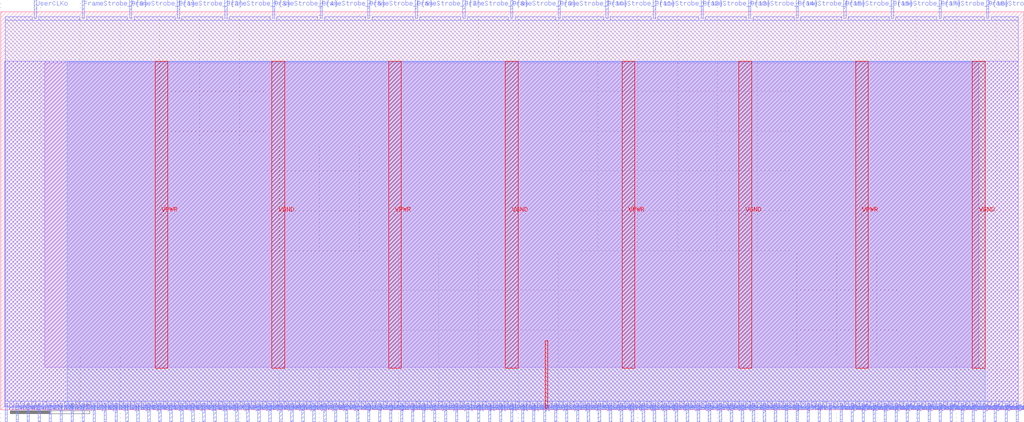
<source format=lef>
VERSION 5.7 ;
  NOWIREEXTENSIONATPIN ON ;
  DIVIDERCHAR "/" ;
  BUSBITCHARS "[]" ;
MACRO N_term_RAM_IO
  CLASS BLOCK ;
  FOREIGN N_term_RAM_IO ;
  ORIGIN 0.000 0.000 ;
  SIZE 128.500 BY 50.000 ;
  PIN FrameStrobe[0]
    DIRECTION INPUT ;
    USE SIGNAL ;
    ANTENNAGATEAREA 0.196500 ;
    PORT
      LAYER met2 ;
        RECT 101.290 -1.500 101.570 0.800 ;
    END
  END FrameStrobe[0]
  PIN FrameStrobe[10]
    DIRECTION INPUT ;
    USE SIGNAL ;
    ANTENNAGATEAREA 0.196500 ;
    PORT
      LAYER met2 ;
        RECT 115.090 -1.500 115.370 0.800 ;
    END
  END FrameStrobe[10]
  PIN FrameStrobe[11]
    DIRECTION INPUT ;
    USE SIGNAL ;
    ANTENNAGATEAREA 0.196500 ;
    PORT
      LAYER met2 ;
        RECT 116.470 -1.500 116.750 0.800 ;
    END
  END FrameStrobe[11]
  PIN FrameStrobe[12]
    DIRECTION INPUT ;
    USE SIGNAL ;
    ANTENNAGATEAREA 0.196500 ;
    PORT
      LAYER met2 ;
        RECT 117.850 -1.500 118.130 0.800 ;
    END
  END FrameStrobe[12]
  PIN FrameStrobe[13]
    DIRECTION INPUT ;
    USE SIGNAL ;
    ANTENNAGATEAREA 0.196500 ;
    PORT
      LAYER met2 ;
        RECT 119.230 -1.500 119.510 0.800 ;
    END
  END FrameStrobe[13]
  PIN FrameStrobe[14]
    DIRECTION INPUT ;
    USE SIGNAL ;
    ANTENNAGATEAREA 0.196500 ;
    PORT
      LAYER met2 ;
        RECT 120.610 -1.500 120.890 0.800 ;
    END
  END FrameStrobe[14]
  PIN FrameStrobe[15]
    DIRECTION INPUT ;
    USE SIGNAL ;
    ANTENNAGATEAREA 0.196500 ;
    PORT
      LAYER met2 ;
        RECT 121.990 -1.500 122.270 0.800 ;
    END
  END FrameStrobe[15]
  PIN FrameStrobe[16]
    DIRECTION INPUT ;
    USE SIGNAL ;
    ANTENNAGATEAREA 0.196500 ;
    PORT
      LAYER met2 ;
        RECT 123.370 -1.500 123.650 0.800 ;
    END
  END FrameStrobe[16]
  PIN FrameStrobe[17]
    DIRECTION INPUT ;
    USE SIGNAL ;
    ANTENNAGATEAREA 0.196500 ;
    PORT
      LAYER met2 ;
        RECT 124.750 -1.500 125.030 0.800 ;
    END
  END FrameStrobe[17]
  PIN FrameStrobe[18]
    DIRECTION INPUT ;
    USE SIGNAL ;
    ANTENNAGATEAREA 0.196500 ;
    PORT
      LAYER met2 ;
        RECT 126.130 -1.500 126.410 0.800 ;
    END
  END FrameStrobe[18]
  PIN FrameStrobe[19]
    DIRECTION INPUT ;
    USE SIGNAL ;
    ANTENNAGATEAREA 0.196500 ;
    PORT
      LAYER met2 ;
        RECT 127.510 -1.500 127.790 0.800 ;
    END
  END FrameStrobe[19]
  PIN FrameStrobe[1]
    DIRECTION INPUT ;
    USE SIGNAL ;
    ANTENNAGATEAREA 0.196500 ;
    PORT
      LAYER met2 ;
        RECT 102.670 -1.500 102.950 0.800 ;
    END
  END FrameStrobe[1]
  PIN FrameStrobe[2]
    DIRECTION INPUT ;
    USE SIGNAL ;
    ANTENNAGATEAREA 0.196500 ;
    PORT
      LAYER met2 ;
        RECT 104.050 -1.500 104.330 0.800 ;
    END
  END FrameStrobe[2]
  PIN FrameStrobe[3]
    DIRECTION INPUT ;
    USE SIGNAL ;
    ANTENNAGATEAREA 0.196500 ;
    PORT
      LAYER met2 ;
        RECT 105.430 -1.500 105.710 0.800 ;
    END
  END FrameStrobe[3]
  PIN FrameStrobe[4]
    DIRECTION INPUT ;
    USE SIGNAL ;
    ANTENNAGATEAREA 0.196500 ;
    PORT
      LAYER met2 ;
        RECT 106.810 -1.500 107.090 0.800 ;
    END
  END FrameStrobe[4]
  PIN FrameStrobe[5]
    DIRECTION INPUT ;
    USE SIGNAL ;
    ANTENNAGATEAREA 0.196500 ;
    PORT
      LAYER met2 ;
        RECT 108.190 -1.500 108.470 0.800 ;
    END
  END FrameStrobe[5]
  PIN FrameStrobe[6]
    DIRECTION INPUT ;
    USE SIGNAL ;
    ANTENNAGATEAREA 0.196500 ;
    PORT
      LAYER met2 ;
        RECT 109.570 -1.500 109.850 0.800 ;
    END
  END FrameStrobe[6]
  PIN FrameStrobe[7]
    DIRECTION INPUT ;
    USE SIGNAL ;
    ANTENNAGATEAREA 0.196500 ;
    PORT
      LAYER met2 ;
        RECT 110.950 -1.500 111.230 0.800 ;
    END
  END FrameStrobe[7]
  PIN FrameStrobe[8]
    DIRECTION INPUT ;
    USE SIGNAL ;
    ANTENNAGATEAREA 0.196500 ;
    PORT
      LAYER met2 ;
        RECT 112.330 -1.500 112.610 0.800 ;
    END
  END FrameStrobe[8]
  PIN FrameStrobe[9]
    DIRECTION INPUT ;
    USE SIGNAL ;
    ANTENNAGATEAREA 0.196500 ;
    PORT
      LAYER met2 ;
        RECT 113.710 -1.500 113.990 0.800 ;
    END
  END FrameStrobe[9]
  PIN FrameStrobe_O[0]
    DIRECTION OUTPUT TRISTATE ;
    USE SIGNAL ;
    ANTENNADIFFAREA 0.445500 ;
    PORT
      LAYER met2 ;
        RECT 10.210 49.200 10.490 51.500 ;
    END
  END FrameStrobe_O[0]
  PIN FrameStrobe_O[10]
    DIRECTION OUTPUT TRISTATE ;
    USE SIGNAL ;
    ANTENNADIFFAREA 0.445500 ;
    PORT
      LAYER met2 ;
        RECT 70.010 49.200 70.290 51.500 ;
    END
  END FrameStrobe_O[10]
  PIN FrameStrobe_O[11]
    DIRECTION OUTPUT TRISTATE ;
    USE SIGNAL ;
    ANTENNADIFFAREA 0.795200 ;
    PORT
      LAYER met2 ;
        RECT 75.990 49.200 76.270 51.500 ;
    END
  END FrameStrobe_O[11]
  PIN FrameStrobe_O[12]
    DIRECTION OUTPUT TRISTATE ;
    USE SIGNAL ;
    ANTENNADIFFAREA 0.795200 ;
    PORT
      LAYER met2 ;
        RECT 81.970 49.200 82.250 51.500 ;
    END
  END FrameStrobe_O[12]
  PIN FrameStrobe_O[13]
    DIRECTION OUTPUT TRISTATE ;
    USE SIGNAL ;
    ANTENNADIFFAREA 0.445500 ;
    PORT
      LAYER met2 ;
        RECT 87.950 49.200 88.230 51.500 ;
    END
  END FrameStrobe_O[13]
  PIN FrameStrobe_O[14]
    DIRECTION OUTPUT TRISTATE ;
    USE SIGNAL ;
    ANTENNADIFFAREA 0.795200 ;
    PORT
      LAYER met2 ;
        RECT 93.930 49.200 94.210 51.500 ;
    END
  END FrameStrobe_O[14]
  PIN FrameStrobe_O[15]
    DIRECTION OUTPUT TRISTATE ;
    USE SIGNAL ;
    ANTENNADIFFAREA 0.445500 ;
    PORT
      LAYER met2 ;
        RECT 99.910 49.200 100.190 51.500 ;
    END
  END FrameStrobe_O[15]
  PIN FrameStrobe_O[16]
    DIRECTION OUTPUT TRISTATE ;
    USE SIGNAL ;
    ANTENNADIFFAREA 0.445500 ;
    PORT
      LAYER met2 ;
        RECT 105.890 49.200 106.170 51.500 ;
    END
  END FrameStrobe_O[16]
  PIN FrameStrobe_O[17]
    DIRECTION OUTPUT TRISTATE ;
    USE SIGNAL ;
    ANTENNADIFFAREA 0.445500 ;
    PORT
      LAYER met2 ;
        RECT 111.870 49.200 112.150 51.500 ;
    END
  END FrameStrobe_O[17]
  PIN FrameStrobe_O[18]
    DIRECTION OUTPUT TRISTATE ;
    USE SIGNAL ;
    ANTENNADIFFAREA 0.795200 ;
    PORT
      LAYER met2 ;
        RECT 117.850 49.200 118.130 51.500 ;
    END
  END FrameStrobe_O[18]
  PIN FrameStrobe_O[19]
    DIRECTION OUTPUT TRISTATE ;
    USE SIGNAL ;
    ANTENNADIFFAREA 0.795200 ;
    PORT
      LAYER met2 ;
        RECT 123.830 49.200 124.110 51.500 ;
    END
  END FrameStrobe_O[19]
  PIN FrameStrobe_O[1]
    DIRECTION OUTPUT TRISTATE ;
    USE SIGNAL ;
    ANTENNADIFFAREA 0.445500 ;
    PORT
      LAYER met2 ;
        RECT 16.190 49.200 16.470 51.500 ;
    END
  END FrameStrobe_O[1]
  PIN FrameStrobe_O[2]
    DIRECTION OUTPUT TRISTATE ;
    USE SIGNAL ;
    ANTENNADIFFAREA 0.445500 ;
    PORT
      LAYER met2 ;
        RECT 22.170 49.200 22.450 51.500 ;
    END
  END FrameStrobe_O[2]
  PIN FrameStrobe_O[3]
    DIRECTION OUTPUT TRISTATE ;
    USE SIGNAL ;
    ANTENNADIFFAREA 0.795200 ;
    PORT
      LAYER met2 ;
        RECT 28.150 49.200 28.430 51.500 ;
    END
  END FrameStrobe_O[3]
  PIN FrameStrobe_O[4]
    DIRECTION OUTPUT TRISTATE ;
    USE SIGNAL ;
    ANTENNADIFFAREA 0.795200 ;
    PORT
      LAYER met2 ;
        RECT 34.130 49.200 34.410 51.500 ;
    END
  END FrameStrobe_O[4]
  PIN FrameStrobe_O[5]
    DIRECTION OUTPUT TRISTATE ;
    USE SIGNAL ;
    ANTENNADIFFAREA 0.795200 ;
    PORT
      LAYER met2 ;
        RECT 40.110 49.200 40.390 51.500 ;
    END
  END FrameStrobe_O[5]
  PIN FrameStrobe_O[6]
    DIRECTION OUTPUT TRISTATE ;
    USE SIGNAL ;
    ANTENNADIFFAREA 0.445500 ;
    PORT
      LAYER met2 ;
        RECT 46.090 49.200 46.370 51.500 ;
    END
  END FrameStrobe_O[6]
  PIN FrameStrobe_O[7]
    DIRECTION OUTPUT TRISTATE ;
    USE SIGNAL ;
    ANTENNADIFFAREA 0.445500 ;
    PORT
      LAYER met2 ;
        RECT 52.070 49.200 52.350 51.500 ;
    END
  END FrameStrobe_O[7]
  PIN FrameStrobe_O[8]
    DIRECTION OUTPUT TRISTATE ;
    USE SIGNAL ;
    ANTENNADIFFAREA 0.445500 ;
    PORT
      LAYER met2 ;
        RECT 58.050 49.200 58.330 51.500 ;
    END
  END FrameStrobe_O[8]
  PIN FrameStrobe_O[9]
    DIRECTION OUTPUT TRISTATE ;
    USE SIGNAL ;
    ANTENNADIFFAREA 0.445500 ;
    PORT
      LAYER met2 ;
        RECT 64.030 49.200 64.310 51.500 ;
    END
  END FrameStrobe_O[9]
  PIN N1END[0]
    DIRECTION INPUT ;
    USE SIGNAL ;
    ANTENNAGATEAREA 0.196500 ;
    PORT
      LAYER met2 ;
        RECT 0.550 -1.500 0.830 0.800 ;
    END
  END N1END[0]
  PIN N1END[1]
    DIRECTION INPUT ;
    USE SIGNAL ;
    ANTENNAGATEAREA 0.196500 ;
    PORT
      LAYER met2 ;
        RECT 1.930 -1.500 2.210 0.800 ;
    END
  END N1END[1]
  PIN N1END[2]
    DIRECTION INPUT ;
    USE SIGNAL ;
    ANTENNAGATEAREA 0.196500 ;
    PORT
      LAYER met2 ;
        RECT 3.310 -1.500 3.590 0.800 ;
    END
  END N1END[2]
  PIN N1END[3]
    DIRECTION INPUT ;
    USE SIGNAL ;
    ANTENNAGATEAREA 0.196500 ;
    PORT
      LAYER met2 ;
        RECT 4.690 -1.500 4.970 0.800 ;
    END
  END N1END[3]
  PIN N2END[0]
    DIRECTION INPUT ;
    USE SIGNAL ;
    ANTENNAGATEAREA 0.196500 ;
    PORT
      LAYER met2 ;
        RECT 17.110 -1.500 17.390 0.800 ;
    END
  END N2END[0]
  PIN N2END[1]
    DIRECTION INPUT ;
    USE SIGNAL ;
    ANTENNAGATEAREA 0.196500 ;
    PORT
      LAYER met2 ;
        RECT 18.490 -1.500 18.770 0.800 ;
    END
  END N2END[1]
  PIN N2END[2]
    DIRECTION INPUT ;
    USE SIGNAL ;
    ANTENNAGATEAREA 0.196500 ;
    PORT
      LAYER met2 ;
        RECT 19.870 -1.500 20.150 0.800 ;
    END
  END N2END[2]
  PIN N2END[3]
    DIRECTION INPUT ;
    USE SIGNAL ;
    ANTENNAGATEAREA 0.196500 ;
    PORT
      LAYER met2 ;
        RECT 21.250 -1.500 21.530 0.800 ;
    END
  END N2END[3]
  PIN N2END[4]
    DIRECTION INPUT ;
    USE SIGNAL ;
    ANTENNAGATEAREA 0.196500 ;
    PORT
      LAYER met2 ;
        RECT 22.630 -1.500 22.910 0.800 ;
    END
  END N2END[4]
  PIN N2END[5]
    DIRECTION INPUT ;
    USE SIGNAL ;
    ANTENNAGATEAREA 0.196500 ;
    PORT
      LAYER met2 ;
        RECT 24.010 -1.500 24.290 0.800 ;
    END
  END N2END[5]
  PIN N2END[6]
    DIRECTION INPUT ;
    USE SIGNAL ;
    ANTENNAGATEAREA 0.196500 ;
    PORT
      LAYER met2 ;
        RECT 25.390 -1.500 25.670 0.800 ;
    END
  END N2END[6]
  PIN N2END[7]
    DIRECTION INPUT ;
    USE SIGNAL ;
    ANTENNAGATEAREA 0.196500 ;
    PORT
      LAYER met2 ;
        RECT 26.770 -1.500 27.050 0.800 ;
    END
  END N2END[7]
  PIN N2MID[0]
    DIRECTION INPUT ;
    USE SIGNAL ;
    ANTENNAGATEAREA 0.196500 ;
    PORT
      LAYER met2 ;
        RECT 6.070 -1.500 6.350 0.800 ;
    END
  END N2MID[0]
  PIN N2MID[1]
    DIRECTION INPUT ;
    USE SIGNAL ;
    ANTENNAGATEAREA 0.196500 ;
    PORT
      LAYER met2 ;
        RECT 7.450 -1.500 7.730 0.800 ;
    END
  END N2MID[1]
  PIN N2MID[2]
    DIRECTION INPUT ;
    USE SIGNAL ;
    ANTENNAGATEAREA 0.196500 ;
    PORT
      LAYER met2 ;
        RECT 8.830 -1.500 9.110 0.800 ;
    END
  END N2MID[2]
  PIN N2MID[3]
    DIRECTION INPUT ;
    USE SIGNAL ;
    ANTENNAGATEAREA 0.196500 ;
    PORT
      LAYER met2 ;
        RECT 10.210 -1.500 10.490 0.800 ;
    END
  END N2MID[3]
  PIN N2MID[4]
    DIRECTION INPUT ;
    USE SIGNAL ;
    ANTENNAGATEAREA 0.196500 ;
    PORT
      LAYER met2 ;
        RECT 11.590 -1.500 11.870 0.800 ;
    END
  END N2MID[4]
  PIN N2MID[5]
    DIRECTION INPUT ;
    USE SIGNAL ;
    ANTENNAGATEAREA 0.196500 ;
    PORT
      LAYER met2 ;
        RECT 12.970 -1.500 13.250 0.800 ;
    END
  END N2MID[5]
  PIN N2MID[6]
    DIRECTION INPUT ;
    USE SIGNAL ;
    ANTENNAGATEAREA 0.196500 ;
    PORT
      LAYER met2 ;
        RECT 14.350 -1.500 14.630 0.800 ;
    END
  END N2MID[6]
  PIN N2MID[7]
    DIRECTION INPUT ;
    USE SIGNAL ;
    ANTENNAGATEAREA 0.196500 ;
    PORT
      LAYER met2 ;
        RECT 15.730 -1.500 16.010 0.800 ;
    END
  END N2MID[7]
  PIN N4END[0]
    DIRECTION INPUT ;
    USE SIGNAL ;
    ANTENNAGATEAREA 0.196500 ;
    PORT
      LAYER met2 ;
        RECT 28.150 -1.500 28.430 0.800 ;
    END
  END N4END[0]
  PIN N4END[10]
    DIRECTION INPUT ;
    USE SIGNAL ;
    ANTENNAGATEAREA 0.196500 ;
    PORT
      LAYER met2 ;
        RECT 41.950 -1.500 42.230 0.800 ;
    END
  END N4END[10]
  PIN N4END[11]
    DIRECTION INPUT ;
    USE SIGNAL ;
    ANTENNAGATEAREA 0.196500 ;
    PORT
      LAYER met2 ;
        RECT 43.330 -1.500 43.610 0.800 ;
    END
  END N4END[11]
  PIN N4END[12]
    DIRECTION INPUT ;
    USE SIGNAL ;
    ANTENNAGATEAREA 0.196500 ;
    PORT
      LAYER met2 ;
        RECT 44.710 -1.500 44.990 0.800 ;
    END
  END N4END[12]
  PIN N4END[13]
    DIRECTION INPUT ;
    USE SIGNAL ;
    ANTENNAGATEAREA 0.196500 ;
    PORT
      LAYER met2 ;
        RECT 46.090 -1.500 46.370 0.800 ;
    END
  END N4END[13]
  PIN N4END[14]
    DIRECTION INPUT ;
    USE SIGNAL ;
    ANTENNAGATEAREA 0.196500 ;
    PORT
      LAYER met2 ;
        RECT 47.470 -1.500 47.750 0.800 ;
    END
  END N4END[14]
  PIN N4END[15]
    DIRECTION INPUT ;
    USE SIGNAL ;
    ANTENNAGATEAREA 0.196500 ;
    PORT
      LAYER met2 ;
        RECT 48.850 -1.500 49.130 0.800 ;
    END
  END N4END[15]
  PIN N4END[1]
    DIRECTION INPUT ;
    USE SIGNAL ;
    ANTENNAGATEAREA 0.196500 ;
    PORT
      LAYER met2 ;
        RECT 29.530 -1.500 29.810 0.800 ;
    END
  END N4END[1]
  PIN N4END[2]
    DIRECTION INPUT ;
    USE SIGNAL ;
    ANTENNAGATEAREA 0.196500 ;
    PORT
      LAYER met2 ;
        RECT 30.910 -1.500 31.190 0.800 ;
    END
  END N4END[2]
  PIN N4END[3]
    DIRECTION INPUT ;
    USE SIGNAL ;
    ANTENNAGATEAREA 0.196500 ;
    PORT
      LAYER met2 ;
        RECT 32.290 -1.500 32.570 0.800 ;
    END
  END N4END[3]
  PIN N4END[4]
    DIRECTION INPUT ;
    USE SIGNAL ;
    ANTENNAGATEAREA 0.196500 ;
    PORT
      LAYER met2 ;
        RECT 33.670 -1.500 33.950 0.800 ;
    END
  END N4END[4]
  PIN N4END[5]
    DIRECTION INPUT ;
    USE SIGNAL ;
    ANTENNAGATEAREA 0.196500 ;
    PORT
      LAYER met2 ;
        RECT 35.050 -1.500 35.330 0.800 ;
    END
  END N4END[5]
  PIN N4END[6]
    DIRECTION INPUT ;
    USE SIGNAL ;
    ANTENNAGATEAREA 0.196500 ;
    PORT
      LAYER met2 ;
        RECT 36.430 -1.500 36.710 0.800 ;
    END
  END N4END[6]
  PIN N4END[7]
    DIRECTION INPUT ;
    USE SIGNAL ;
    ANTENNAGATEAREA 0.196500 ;
    PORT
      LAYER met2 ;
        RECT 37.810 -1.500 38.090 0.800 ;
    END
  END N4END[7]
  PIN N4END[8]
    DIRECTION INPUT ;
    USE SIGNAL ;
    ANTENNAGATEAREA 0.196500 ;
    PORT
      LAYER met2 ;
        RECT 39.190 -1.500 39.470 0.800 ;
    END
  END N4END[8]
  PIN N4END[9]
    DIRECTION INPUT ;
    USE SIGNAL ;
    ANTENNAGATEAREA 0.196500 ;
    PORT
      LAYER met2 ;
        RECT 40.570 -1.500 40.850 0.800 ;
    END
  END N4END[9]
  PIN S1BEG[0]
    DIRECTION OUTPUT TRISTATE ;
    USE SIGNAL ;
    ANTENNADIFFAREA 0.795200 ;
    PORT
      LAYER met2 ;
        RECT 50.230 -1.500 50.510 0.800 ;
    END
  END S1BEG[0]
  PIN S1BEG[1]
    DIRECTION OUTPUT TRISTATE ;
    USE SIGNAL ;
    ANTENNADIFFAREA 0.445500 ;
    PORT
      LAYER met2 ;
        RECT 51.610 -1.500 51.890 0.800 ;
    END
  END S1BEG[1]
  PIN S1BEG[2]
    DIRECTION OUTPUT TRISTATE ;
    USE SIGNAL ;
    ANTENNADIFFAREA 0.445500 ;
    PORT
      LAYER met2 ;
        RECT 52.990 -1.500 53.270 0.800 ;
    END
  END S1BEG[2]
  PIN S1BEG[3]
    DIRECTION OUTPUT TRISTATE ;
    USE SIGNAL ;
    ANTENNADIFFAREA 0.795200 ;
    PORT
      LAYER met2 ;
        RECT 54.370 -1.500 54.650 0.800 ;
    END
  END S1BEG[3]
  PIN S2BEG[0]
    DIRECTION OUTPUT TRISTATE ;
    USE SIGNAL ;
    ANTENNADIFFAREA 0.445500 ;
    PORT
      LAYER met2 ;
        RECT 66.790 -1.500 67.070 0.800 ;
    END
  END S2BEG[0]
  PIN S2BEG[1]
    DIRECTION OUTPUT TRISTATE ;
    USE SIGNAL ;
    ANTENNADIFFAREA 0.795200 ;
    PORT
      LAYER met2 ;
        RECT 68.170 -1.500 68.450 0.800 ;
    END
  END S2BEG[1]
  PIN S2BEG[2]
    DIRECTION OUTPUT TRISTATE ;
    USE SIGNAL ;
    ANTENNADIFFAREA 0.445500 ;
    PORT
      LAYER met2 ;
        RECT 69.550 -1.500 69.830 0.800 ;
    END
  END S2BEG[2]
  PIN S2BEG[3]
    DIRECTION OUTPUT TRISTATE ;
    USE SIGNAL ;
    ANTENNADIFFAREA 0.445500 ;
    PORT
      LAYER met2 ;
        RECT 70.930 -1.500 71.210 0.800 ;
    END
  END S2BEG[3]
  PIN S2BEG[4]
    DIRECTION OUTPUT TRISTATE ;
    USE SIGNAL ;
    ANTENNADIFFAREA 0.795200 ;
    PORT
      LAYER met2 ;
        RECT 72.310 -1.500 72.590 0.800 ;
    END
  END S2BEG[4]
  PIN S2BEG[5]
    DIRECTION OUTPUT TRISTATE ;
    USE SIGNAL ;
    ANTENNADIFFAREA 0.795200 ;
    PORT
      LAYER met2 ;
        RECT 73.690 -1.500 73.970 0.800 ;
    END
  END S2BEG[5]
  PIN S2BEG[6]
    DIRECTION OUTPUT TRISTATE ;
    USE SIGNAL ;
    ANTENNADIFFAREA 0.795200 ;
    PORT
      LAYER met2 ;
        RECT 75.070 -1.500 75.350 0.800 ;
    END
  END S2BEG[6]
  PIN S2BEG[7]
    DIRECTION OUTPUT TRISTATE ;
    USE SIGNAL ;
    ANTENNADIFFAREA 0.795200 ;
    PORT
      LAYER met2 ;
        RECT 76.450 -1.500 76.730 0.800 ;
    END
  END S2BEG[7]
  PIN S2BEGb[0]
    DIRECTION OUTPUT TRISTATE ;
    USE SIGNAL ;
    ANTENNADIFFAREA 0.795200 ;
    PORT
      LAYER met2 ;
        RECT 55.750 -1.500 56.030 0.800 ;
    END
  END S2BEGb[0]
  PIN S2BEGb[1]
    DIRECTION OUTPUT TRISTATE ;
    USE SIGNAL ;
    ANTENNADIFFAREA 0.445500 ;
    PORT
      LAYER met2 ;
        RECT 57.130 -1.500 57.410 0.800 ;
    END
  END S2BEGb[1]
  PIN S2BEGb[2]
    DIRECTION OUTPUT TRISTATE ;
    USE SIGNAL ;
    ANTENNADIFFAREA 0.795200 ;
    PORT
      LAYER met2 ;
        RECT 58.510 -1.500 58.790 0.800 ;
    END
  END S2BEGb[2]
  PIN S2BEGb[3]
    DIRECTION OUTPUT TRISTATE ;
    USE SIGNAL ;
    ANTENNADIFFAREA 0.445500 ;
    PORT
      LAYER met2 ;
        RECT 59.890 -1.500 60.170 0.800 ;
    END
  END S2BEGb[3]
  PIN S2BEGb[4]
    DIRECTION OUTPUT TRISTATE ;
    USE SIGNAL ;
    ANTENNADIFFAREA 0.445500 ;
    PORT
      LAYER met2 ;
        RECT 61.270 -1.500 61.550 0.800 ;
    END
  END S2BEGb[4]
  PIN S2BEGb[5]
    DIRECTION OUTPUT TRISTATE ;
    USE SIGNAL ;
    ANTENNADIFFAREA 0.795200 ;
    PORT
      LAYER met2 ;
        RECT 62.650 -1.500 62.930 0.800 ;
    END
  END S2BEGb[5]
  PIN S2BEGb[6]
    DIRECTION OUTPUT TRISTATE ;
    USE SIGNAL ;
    ANTENNADIFFAREA 0.445500 ;
    PORT
      LAYER met2 ;
        RECT 64.030 -1.500 64.310 0.800 ;
    END
  END S2BEGb[6]
  PIN S2BEGb[7]
    DIRECTION OUTPUT TRISTATE ;
    USE SIGNAL ;
    ANTENNADIFFAREA 0.445500 ;
    PORT
      LAYER met2 ;
        RECT 65.410 -1.500 65.690 0.800 ;
    END
  END S2BEGb[7]
  PIN S4BEG[0]
    DIRECTION OUTPUT TRISTATE ;
    USE SIGNAL ;
    ANTENNADIFFAREA 0.795200 ;
    PORT
      LAYER met2 ;
        RECT 77.830 -1.500 78.110 0.800 ;
    END
  END S4BEG[0]
  PIN S4BEG[10]
    DIRECTION OUTPUT TRISTATE ;
    USE SIGNAL ;
    ANTENNADIFFAREA 0.795200 ;
    PORT
      LAYER met2 ;
        RECT 91.630 -1.500 91.910 0.800 ;
    END
  END S4BEG[10]
  PIN S4BEG[11]
    DIRECTION OUTPUT TRISTATE ;
    USE SIGNAL ;
    ANTENNADIFFAREA 0.795200 ;
    PORT
      LAYER met2 ;
        RECT 93.010 -1.500 93.290 0.800 ;
    END
  END S4BEG[11]
  PIN S4BEG[12]
    DIRECTION OUTPUT TRISTATE ;
    USE SIGNAL ;
    ANTENNADIFFAREA 0.795200 ;
    PORT
      LAYER met2 ;
        RECT 94.390 -1.500 94.670 0.800 ;
    END
  END S4BEG[12]
  PIN S4BEG[13]
    DIRECTION OUTPUT TRISTATE ;
    USE SIGNAL ;
    ANTENNADIFFAREA 0.795200 ;
    PORT
      LAYER met2 ;
        RECT 95.770 -1.500 96.050 0.800 ;
    END
  END S4BEG[13]
  PIN S4BEG[14]
    DIRECTION OUTPUT TRISTATE ;
    USE SIGNAL ;
    ANTENNADIFFAREA 0.445500 ;
    PORT
      LAYER met2 ;
        RECT 97.150 -1.500 97.430 0.800 ;
    END
  END S4BEG[14]
  PIN S4BEG[15]
    DIRECTION OUTPUT TRISTATE ;
    USE SIGNAL ;
    ANTENNADIFFAREA 0.795200 ;
    PORT
      LAYER met2 ;
        RECT 98.530 -1.500 98.810 0.800 ;
    END
  END S4BEG[15]
  PIN S4BEG[1]
    DIRECTION OUTPUT TRISTATE ;
    USE SIGNAL ;
    ANTENNADIFFAREA 0.795200 ;
    PORT
      LAYER met2 ;
        RECT 79.210 -1.500 79.490 0.800 ;
    END
  END S4BEG[1]
  PIN S4BEG[2]
    DIRECTION OUTPUT TRISTATE ;
    USE SIGNAL ;
    ANTENNADIFFAREA 0.795200 ;
    PORT
      LAYER met2 ;
        RECT 80.590 -1.500 80.870 0.800 ;
    END
  END S4BEG[2]
  PIN S4BEG[3]
    DIRECTION OUTPUT TRISTATE ;
    USE SIGNAL ;
    ANTENNADIFFAREA 0.795200 ;
    PORT
      LAYER met2 ;
        RECT 81.970 -1.500 82.250 0.800 ;
    END
  END S4BEG[3]
  PIN S4BEG[4]
    DIRECTION OUTPUT TRISTATE ;
    USE SIGNAL ;
    ANTENNADIFFAREA 0.445500 ;
    PORT
      LAYER met2 ;
        RECT 83.350 -1.500 83.630 0.800 ;
    END
  END S4BEG[4]
  PIN S4BEG[5]
    DIRECTION OUTPUT TRISTATE ;
    USE SIGNAL ;
    ANTENNADIFFAREA 0.795200 ;
    PORT
      LAYER met2 ;
        RECT 84.730 -1.500 85.010 0.800 ;
    END
  END S4BEG[5]
  PIN S4BEG[6]
    DIRECTION OUTPUT TRISTATE ;
    USE SIGNAL ;
    ANTENNADIFFAREA 0.795200 ;
    PORT
      LAYER met2 ;
        RECT 86.110 -1.500 86.390 0.800 ;
    END
  END S4BEG[6]
  PIN S4BEG[7]
    DIRECTION OUTPUT TRISTATE ;
    USE SIGNAL ;
    ANTENNADIFFAREA 0.795200 ;
    PORT
      LAYER met2 ;
        RECT 87.490 -1.500 87.770 0.800 ;
    END
  END S4BEG[7]
  PIN S4BEG[8]
    DIRECTION OUTPUT TRISTATE ;
    USE SIGNAL ;
    ANTENNADIFFAREA 0.795200 ;
    PORT
      LAYER met2 ;
        RECT 88.870 -1.500 89.150 0.800 ;
    END
  END S4BEG[8]
  PIN S4BEG[9]
    DIRECTION OUTPUT TRISTATE ;
    USE SIGNAL ;
    ANTENNADIFFAREA 0.795200 ;
    PORT
      LAYER met2 ;
        RECT 90.250 -1.500 90.530 0.800 ;
    END
  END S4BEG[9]
  PIN UserCLK
    DIRECTION INPUT ;
    USE SIGNAL ;
    ANTENNAGATEAREA 0.196500 ;
    PORT
      LAYER met2 ;
        RECT 99.910 -1.500 100.190 0.800 ;
    END
  END UserCLK
  PIN UserCLKo
    DIRECTION OUTPUT TRISTATE ;
    USE SIGNAL ;
    ANTENNADIFFAREA 0.795200 ;
    PORT
      LAYER met2 ;
        RECT 4.230 49.200 4.510 51.500 ;
    END
  END UserCLKo
  PIN VGND
    DIRECTION INOUT ;
    USE GROUND ;
    PORT
      LAYER met4 ;
        RECT 34.040 5.200 35.640 43.760 ;
    END
    PORT
      LAYER met4 ;
        RECT 63.365 5.200 64.965 43.760 ;
    END
    PORT
      LAYER met4 ;
        RECT 92.690 5.200 94.290 43.760 ;
    END
    PORT
      LAYER met4 ;
        RECT 122.015 5.200 123.615 43.760 ;
    END
  END VGND
  PIN VPWR
    DIRECTION INOUT ;
    USE POWER ;
    PORT
      LAYER met4 ;
        RECT 19.380 5.200 20.980 43.760 ;
    END
    PORT
      LAYER met4 ;
        RECT 48.705 5.200 50.305 43.760 ;
    END
    PORT
      LAYER met4 ;
        RECT 78.030 5.200 79.630 43.760 ;
    END
    PORT
      LAYER met4 ;
        RECT 107.355 5.200 108.955 43.760 ;
    END
  END VPWR
  OBS
      LAYER li1 ;
        RECT 5.520 5.355 122.820 43.605 ;
      LAYER met1 ;
        RECT 0.530 0.380 127.810 43.760 ;
      LAYER met2 ;
        RECT 0.560 48.920 3.950 49.370 ;
        RECT 4.790 48.920 9.930 49.370 ;
        RECT 10.770 48.920 15.910 49.370 ;
        RECT 16.750 48.920 21.890 49.370 ;
        RECT 22.730 48.920 27.870 49.370 ;
        RECT 28.710 48.920 33.850 49.370 ;
        RECT 34.690 48.920 39.830 49.370 ;
        RECT 40.670 48.920 45.810 49.370 ;
        RECT 46.650 48.920 51.790 49.370 ;
        RECT 52.630 48.920 57.770 49.370 ;
        RECT 58.610 48.920 63.750 49.370 ;
        RECT 64.590 48.920 69.730 49.370 ;
        RECT 70.570 48.920 75.710 49.370 ;
        RECT 76.550 48.920 81.690 49.370 ;
        RECT 82.530 48.920 87.670 49.370 ;
        RECT 88.510 48.920 93.650 49.370 ;
        RECT 94.490 48.920 99.630 49.370 ;
        RECT 100.470 48.920 105.610 49.370 ;
        RECT 106.450 48.920 111.590 49.370 ;
        RECT 112.430 48.920 117.570 49.370 ;
        RECT 118.410 48.920 123.550 49.370 ;
        RECT 124.390 48.920 127.780 49.370 ;
        RECT 0.560 1.080 127.780 48.920 ;
        RECT 1.110 0.270 1.650 1.080 ;
        RECT 2.490 0.270 3.030 1.080 ;
        RECT 3.870 0.270 4.410 1.080 ;
        RECT 5.250 0.270 5.790 1.080 ;
        RECT 6.630 0.270 7.170 1.080 ;
        RECT 8.010 0.270 8.550 1.080 ;
        RECT 9.390 0.270 9.930 1.080 ;
        RECT 10.770 0.270 11.310 1.080 ;
        RECT 12.150 0.270 12.690 1.080 ;
        RECT 13.530 0.270 14.070 1.080 ;
        RECT 14.910 0.270 15.450 1.080 ;
        RECT 16.290 0.270 16.830 1.080 ;
        RECT 17.670 0.270 18.210 1.080 ;
        RECT 19.050 0.270 19.590 1.080 ;
        RECT 20.430 0.270 20.970 1.080 ;
        RECT 21.810 0.270 22.350 1.080 ;
        RECT 23.190 0.270 23.730 1.080 ;
        RECT 24.570 0.270 25.110 1.080 ;
        RECT 25.950 0.270 26.490 1.080 ;
        RECT 27.330 0.270 27.870 1.080 ;
        RECT 28.710 0.270 29.250 1.080 ;
        RECT 30.090 0.270 30.630 1.080 ;
        RECT 31.470 0.270 32.010 1.080 ;
        RECT 32.850 0.270 33.390 1.080 ;
        RECT 34.230 0.270 34.770 1.080 ;
        RECT 35.610 0.270 36.150 1.080 ;
        RECT 36.990 0.270 37.530 1.080 ;
        RECT 38.370 0.270 38.910 1.080 ;
        RECT 39.750 0.270 40.290 1.080 ;
        RECT 41.130 0.270 41.670 1.080 ;
        RECT 42.510 0.270 43.050 1.080 ;
        RECT 43.890 0.270 44.430 1.080 ;
        RECT 45.270 0.270 45.810 1.080 ;
        RECT 46.650 0.270 47.190 1.080 ;
        RECT 48.030 0.270 48.570 1.080 ;
        RECT 49.410 0.270 49.950 1.080 ;
        RECT 50.790 0.270 51.330 1.080 ;
        RECT 52.170 0.270 52.710 1.080 ;
        RECT 53.550 0.270 54.090 1.080 ;
        RECT 54.930 0.270 55.470 1.080 ;
        RECT 56.310 0.270 56.850 1.080 ;
        RECT 57.690 0.270 58.230 1.080 ;
        RECT 59.070 0.270 59.610 1.080 ;
        RECT 60.450 0.270 60.990 1.080 ;
        RECT 61.830 0.270 62.370 1.080 ;
        RECT 63.210 0.270 63.750 1.080 ;
        RECT 64.590 0.270 65.130 1.080 ;
        RECT 65.970 0.270 66.510 1.080 ;
        RECT 67.350 0.270 67.890 1.080 ;
        RECT 68.730 0.270 69.270 1.080 ;
        RECT 70.110 0.270 70.650 1.080 ;
        RECT 71.490 0.270 72.030 1.080 ;
        RECT 72.870 0.270 73.410 1.080 ;
        RECT 74.250 0.270 74.790 1.080 ;
        RECT 75.630 0.270 76.170 1.080 ;
        RECT 77.010 0.270 77.550 1.080 ;
        RECT 78.390 0.270 78.930 1.080 ;
        RECT 79.770 0.270 80.310 1.080 ;
        RECT 81.150 0.270 81.690 1.080 ;
        RECT 82.530 0.270 83.070 1.080 ;
        RECT 83.910 0.270 84.450 1.080 ;
        RECT 85.290 0.270 85.830 1.080 ;
        RECT 86.670 0.270 87.210 1.080 ;
        RECT 88.050 0.270 88.590 1.080 ;
        RECT 89.430 0.270 89.970 1.080 ;
        RECT 90.810 0.270 91.350 1.080 ;
        RECT 92.190 0.270 92.730 1.080 ;
        RECT 93.570 0.270 94.110 1.080 ;
        RECT 94.950 0.270 95.490 1.080 ;
        RECT 96.330 0.270 96.870 1.080 ;
        RECT 97.710 0.270 98.250 1.080 ;
        RECT 99.090 0.270 99.630 1.080 ;
        RECT 100.470 0.270 101.010 1.080 ;
        RECT 101.850 0.270 102.390 1.080 ;
        RECT 103.230 0.270 103.770 1.080 ;
        RECT 104.610 0.270 105.150 1.080 ;
        RECT 105.990 0.270 106.530 1.080 ;
        RECT 107.370 0.270 107.910 1.080 ;
        RECT 108.750 0.270 109.290 1.080 ;
        RECT 110.130 0.270 110.670 1.080 ;
        RECT 111.510 0.270 112.050 1.080 ;
        RECT 112.890 0.270 113.430 1.080 ;
        RECT 114.270 0.270 114.810 1.080 ;
        RECT 115.650 0.270 116.190 1.080 ;
        RECT 117.030 0.270 117.570 1.080 ;
        RECT 118.410 0.270 118.950 1.080 ;
        RECT 119.790 0.270 120.330 1.080 ;
        RECT 121.170 0.270 121.710 1.080 ;
        RECT 122.550 0.270 123.090 1.080 ;
        RECT 123.930 0.270 124.470 1.080 ;
        RECT 125.310 0.270 125.850 1.080 ;
        RECT 126.690 0.270 127.230 1.080 ;
      LAYER met3 ;
        RECT 8.345 0.180 123.675 43.685 ;
      LAYER met4 ;
        RECT 68.375 0.175 68.705 8.665 ;
  END
END N_term_RAM_IO
END LIBRARY


</source>
